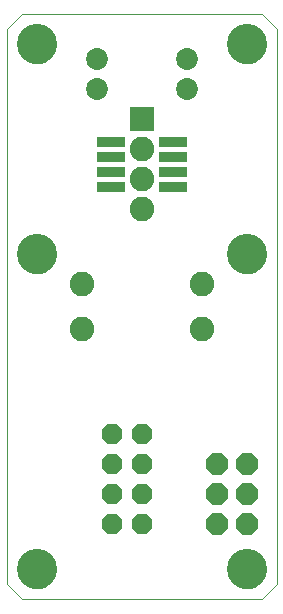
<source format=gbs>
G75*
G70*
%OFA0B0*%
%FSLAX24Y24*%
%IPPOS*%
%LPD*%
%AMOC8*
5,1,8,0,0,1.08239X$1,22.5*
%
%ADD10C,0.0000*%
%ADD11C,0.1340*%
%ADD12OC8,0.0680*%
%ADD13OC8,0.0720*%
%ADD14C,0.0820*%
%ADD15R,0.0950X0.0320*%
%ADD16C,0.0730*%
%ADD17R,0.0820X0.0820*%
D10*
X001675Y001175D02*
X001175Y001675D01*
X001175Y020175D01*
X001675Y020675D01*
X009675Y020675D01*
X010175Y020175D01*
X010175Y001675D01*
X009675Y001175D01*
X001675Y001175D01*
X001545Y002175D02*
X001547Y002225D01*
X001553Y002275D01*
X001563Y002324D01*
X001577Y002372D01*
X001594Y002419D01*
X001615Y002464D01*
X001640Y002508D01*
X001668Y002549D01*
X001700Y002588D01*
X001734Y002625D01*
X001771Y002659D01*
X001811Y002689D01*
X001853Y002716D01*
X001897Y002740D01*
X001943Y002761D01*
X001990Y002777D01*
X002038Y002790D01*
X002088Y002799D01*
X002137Y002804D01*
X002188Y002805D01*
X002238Y002802D01*
X002287Y002795D01*
X002336Y002784D01*
X002384Y002769D01*
X002430Y002751D01*
X002475Y002729D01*
X002518Y002703D01*
X002559Y002674D01*
X002598Y002642D01*
X002634Y002607D01*
X002666Y002569D01*
X002696Y002529D01*
X002723Y002486D01*
X002746Y002442D01*
X002765Y002396D01*
X002781Y002348D01*
X002793Y002299D01*
X002801Y002250D01*
X002805Y002200D01*
X002805Y002150D01*
X002801Y002100D01*
X002793Y002051D01*
X002781Y002002D01*
X002765Y001954D01*
X002746Y001908D01*
X002723Y001864D01*
X002696Y001821D01*
X002666Y001781D01*
X002634Y001743D01*
X002598Y001708D01*
X002559Y001676D01*
X002518Y001647D01*
X002475Y001621D01*
X002430Y001599D01*
X002384Y001581D01*
X002336Y001566D01*
X002287Y001555D01*
X002238Y001548D01*
X002188Y001545D01*
X002137Y001546D01*
X002088Y001551D01*
X002038Y001560D01*
X001990Y001573D01*
X001943Y001589D01*
X001897Y001610D01*
X001853Y001634D01*
X001811Y001661D01*
X001771Y001691D01*
X001734Y001725D01*
X001700Y001762D01*
X001668Y001801D01*
X001640Y001842D01*
X001615Y001886D01*
X001594Y001931D01*
X001577Y001978D01*
X001563Y002026D01*
X001553Y002075D01*
X001547Y002125D01*
X001545Y002175D01*
X001545Y012675D02*
X001547Y012725D01*
X001553Y012775D01*
X001563Y012824D01*
X001577Y012872D01*
X001594Y012919D01*
X001615Y012964D01*
X001640Y013008D01*
X001668Y013049D01*
X001700Y013088D01*
X001734Y013125D01*
X001771Y013159D01*
X001811Y013189D01*
X001853Y013216D01*
X001897Y013240D01*
X001943Y013261D01*
X001990Y013277D01*
X002038Y013290D01*
X002088Y013299D01*
X002137Y013304D01*
X002188Y013305D01*
X002238Y013302D01*
X002287Y013295D01*
X002336Y013284D01*
X002384Y013269D01*
X002430Y013251D01*
X002475Y013229D01*
X002518Y013203D01*
X002559Y013174D01*
X002598Y013142D01*
X002634Y013107D01*
X002666Y013069D01*
X002696Y013029D01*
X002723Y012986D01*
X002746Y012942D01*
X002765Y012896D01*
X002781Y012848D01*
X002793Y012799D01*
X002801Y012750D01*
X002805Y012700D01*
X002805Y012650D01*
X002801Y012600D01*
X002793Y012551D01*
X002781Y012502D01*
X002765Y012454D01*
X002746Y012408D01*
X002723Y012364D01*
X002696Y012321D01*
X002666Y012281D01*
X002634Y012243D01*
X002598Y012208D01*
X002559Y012176D01*
X002518Y012147D01*
X002475Y012121D01*
X002430Y012099D01*
X002384Y012081D01*
X002336Y012066D01*
X002287Y012055D01*
X002238Y012048D01*
X002188Y012045D01*
X002137Y012046D01*
X002088Y012051D01*
X002038Y012060D01*
X001990Y012073D01*
X001943Y012089D01*
X001897Y012110D01*
X001853Y012134D01*
X001811Y012161D01*
X001771Y012191D01*
X001734Y012225D01*
X001700Y012262D01*
X001668Y012301D01*
X001640Y012342D01*
X001615Y012386D01*
X001594Y012431D01*
X001577Y012478D01*
X001563Y012526D01*
X001553Y012575D01*
X001547Y012625D01*
X001545Y012675D01*
X001545Y019675D02*
X001547Y019725D01*
X001553Y019775D01*
X001563Y019824D01*
X001577Y019872D01*
X001594Y019919D01*
X001615Y019964D01*
X001640Y020008D01*
X001668Y020049D01*
X001700Y020088D01*
X001734Y020125D01*
X001771Y020159D01*
X001811Y020189D01*
X001853Y020216D01*
X001897Y020240D01*
X001943Y020261D01*
X001990Y020277D01*
X002038Y020290D01*
X002088Y020299D01*
X002137Y020304D01*
X002188Y020305D01*
X002238Y020302D01*
X002287Y020295D01*
X002336Y020284D01*
X002384Y020269D01*
X002430Y020251D01*
X002475Y020229D01*
X002518Y020203D01*
X002559Y020174D01*
X002598Y020142D01*
X002634Y020107D01*
X002666Y020069D01*
X002696Y020029D01*
X002723Y019986D01*
X002746Y019942D01*
X002765Y019896D01*
X002781Y019848D01*
X002793Y019799D01*
X002801Y019750D01*
X002805Y019700D01*
X002805Y019650D01*
X002801Y019600D01*
X002793Y019551D01*
X002781Y019502D01*
X002765Y019454D01*
X002746Y019408D01*
X002723Y019364D01*
X002696Y019321D01*
X002666Y019281D01*
X002634Y019243D01*
X002598Y019208D01*
X002559Y019176D01*
X002518Y019147D01*
X002475Y019121D01*
X002430Y019099D01*
X002384Y019081D01*
X002336Y019066D01*
X002287Y019055D01*
X002238Y019048D01*
X002188Y019045D01*
X002137Y019046D01*
X002088Y019051D01*
X002038Y019060D01*
X001990Y019073D01*
X001943Y019089D01*
X001897Y019110D01*
X001853Y019134D01*
X001811Y019161D01*
X001771Y019191D01*
X001734Y019225D01*
X001700Y019262D01*
X001668Y019301D01*
X001640Y019342D01*
X001615Y019386D01*
X001594Y019431D01*
X001577Y019478D01*
X001563Y019526D01*
X001553Y019575D01*
X001547Y019625D01*
X001545Y019675D01*
X008545Y019675D02*
X008547Y019725D01*
X008553Y019775D01*
X008563Y019824D01*
X008577Y019872D01*
X008594Y019919D01*
X008615Y019964D01*
X008640Y020008D01*
X008668Y020049D01*
X008700Y020088D01*
X008734Y020125D01*
X008771Y020159D01*
X008811Y020189D01*
X008853Y020216D01*
X008897Y020240D01*
X008943Y020261D01*
X008990Y020277D01*
X009038Y020290D01*
X009088Y020299D01*
X009137Y020304D01*
X009188Y020305D01*
X009238Y020302D01*
X009287Y020295D01*
X009336Y020284D01*
X009384Y020269D01*
X009430Y020251D01*
X009475Y020229D01*
X009518Y020203D01*
X009559Y020174D01*
X009598Y020142D01*
X009634Y020107D01*
X009666Y020069D01*
X009696Y020029D01*
X009723Y019986D01*
X009746Y019942D01*
X009765Y019896D01*
X009781Y019848D01*
X009793Y019799D01*
X009801Y019750D01*
X009805Y019700D01*
X009805Y019650D01*
X009801Y019600D01*
X009793Y019551D01*
X009781Y019502D01*
X009765Y019454D01*
X009746Y019408D01*
X009723Y019364D01*
X009696Y019321D01*
X009666Y019281D01*
X009634Y019243D01*
X009598Y019208D01*
X009559Y019176D01*
X009518Y019147D01*
X009475Y019121D01*
X009430Y019099D01*
X009384Y019081D01*
X009336Y019066D01*
X009287Y019055D01*
X009238Y019048D01*
X009188Y019045D01*
X009137Y019046D01*
X009088Y019051D01*
X009038Y019060D01*
X008990Y019073D01*
X008943Y019089D01*
X008897Y019110D01*
X008853Y019134D01*
X008811Y019161D01*
X008771Y019191D01*
X008734Y019225D01*
X008700Y019262D01*
X008668Y019301D01*
X008640Y019342D01*
X008615Y019386D01*
X008594Y019431D01*
X008577Y019478D01*
X008563Y019526D01*
X008553Y019575D01*
X008547Y019625D01*
X008545Y019675D01*
X008545Y012675D02*
X008547Y012725D01*
X008553Y012775D01*
X008563Y012824D01*
X008577Y012872D01*
X008594Y012919D01*
X008615Y012964D01*
X008640Y013008D01*
X008668Y013049D01*
X008700Y013088D01*
X008734Y013125D01*
X008771Y013159D01*
X008811Y013189D01*
X008853Y013216D01*
X008897Y013240D01*
X008943Y013261D01*
X008990Y013277D01*
X009038Y013290D01*
X009088Y013299D01*
X009137Y013304D01*
X009188Y013305D01*
X009238Y013302D01*
X009287Y013295D01*
X009336Y013284D01*
X009384Y013269D01*
X009430Y013251D01*
X009475Y013229D01*
X009518Y013203D01*
X009559Y013174D01*
X009598Y013142D01*
X009634Y013107D01*
X009666Y013069D01*
X009696Y013029D01*
X009723Y012986D01*
X009746Y012942D01*
X009765Y012896D01*
X009781Y012848D01*
X009793Y012799D01*
X009801Y012750D01*
X009805Y012700D01*
X009805Y012650D01*
X009801Y012600D01*
X009793Y012551D01*
X009781Y012502D01*
X009765Y012454D01*
X009746Y012408D01*
X009723Y012364D01*
X009696Y012321D01*
X009666Y012281D01*
X009634Y012243D01*
X009598Y012208D01*
X009559Y012176D01*
X009518Y012147D01*
X009475Y012121D01*
X009430Y012099D01*
X009384Y012081D01*
X009336Y012066D01*
X009287Y012055D01*
X009238Y012048D01*
X009188Y012045D01*
X009137Y012046D01*
X009088Y012051D01*
X009038Y012060D01*
X008990Y012073D01*
X008943Y012089D01*
X008897Y012110D01*
X008853Y012134D01*
X008811Y012161D01*
X008771Y012191D01*
X008734Y012225D01*
X008700Y012262D01*
X008668Y012301D01*
X008640Y012342D01*
X008615Y012386D01*
X008594Y012431D01*
X008577Y012478D01*
X008563Y012526D01*
X008553Y012575D01*
X008547Y012625D01*
X008545Y012675D01*
X008545Y002175D02*
X008547Y002225D01*
X008553Y002275D01*
X008563Y002324D01*
X008577Y002372D01*
X008594Y002419D01*
X008615Y002464D01*
X008640Y002508D01*
X008668Y002549D01*
X008700Y002588D01*
X008734Y002625D01*
X008771Y002659D01*
X008811Y002689D01*
X008853Y002716D01*
X008897Y002740D01*
X008943Y002761D01*
X008990Y002777D01*
X009038Y002790D01*
X009088Y002799D01*
X009137Y002804D01*
X009188Y002805D01*
X009238Y002802D01*
X009287Y002795D01*
X009336Y002784D01*
X009384Y002769D01*
X009430Y002751D01*
X009475Y002729D01*
X009518Y002703D01*
X009559Y002674D01*
X009598Y002642D01*
X009634Y002607D01*
X009666Y002569D01*
X009696Y002529D01*
X009723Y002486D01*
X009746Y002442D01*
X009765Y002396D01*
X009781Y002348D01*
X009793Y002299D01*
X009801Y002250D01*
X009805Y002200D01*
X009805Y002150D01*
X009801Y002100D01*
X009793Y002051D01*
X009781Y002002D01*
X009765Y001954D01*
X009746Y001908D01*
X009723Y001864D01*
X009696Y001821D01*
X009666Y001781D01*
X009634Y001743D01*
X009598Y001708D01*
X009559Y001676D01*
X009518Y001647D01*
X009475Y001621D01*
X009430Y001599D01*
X009384Y001581D01*
X009336Y001566D01*
X009287Y001555D01*
X009238Y001548D01*
X009188Y001545D01*
X009137Y001546D01*
X009088Y001551D01*
X009038Y001560D01*
X008990Y001573D01*
X008943Y001589D01*
X008897Y001610D01*
X008853Y001634D01*
X008811Y001661D01*
X008771Y001691D01*
X008734Y001725D01*
X008700Y001762D01*
X008668Y001801D01*
X008640Y001842D01*
X008615Y001886D01*
X008594Y001931D01*
X008577Y001978D01*
X008563Y002026D01*
X008553Y002075D01*
X008547Y002125D01*
X008545Y002175D01*
D11*
X009175Y002175D03*
X009175Y012675D03*
X009175Y019675D03*
X002175Y019675D03*
X002175Y012675D03*
X002175Y002175D03*
D12*
X004675Y003675D03*
X004675Y004675D03*
X004675Y005675D03*
X004675Y006675D03*
X005675Y006675D03*
X005675Y005675D03*
X005675Y004675D03*
X005675Y003675D03*
D13*
X008175Y003675D03*
X008175Y004675D03*
X008175Y005675D03*
X009175Y005675D03*
X009175Y004675D03*
X009175Y003675D03*
D14*
X007675Y010175D03*
X007675Y011675D03*
X005675Y014175D03*
X005675Y015175D03*
X005675Y016175D03*
X003675Y011675D03*
X003675Y010175D03*
D15*
X004645Y014925D03*
X004645Y015425D03*
X004645Y015925D03*
X004645Y016425D03*
X006705Y016425D03*
X006705Y015925D03*
X006705Y015425D03*
X006705Y014925D03*
D16*
X007175Y018175D03*
X007175Y019175D03*
X004175Y019175D03*
X004175Y018175D03*
D17*
X005675Y017175D03*
M02*

</source>
